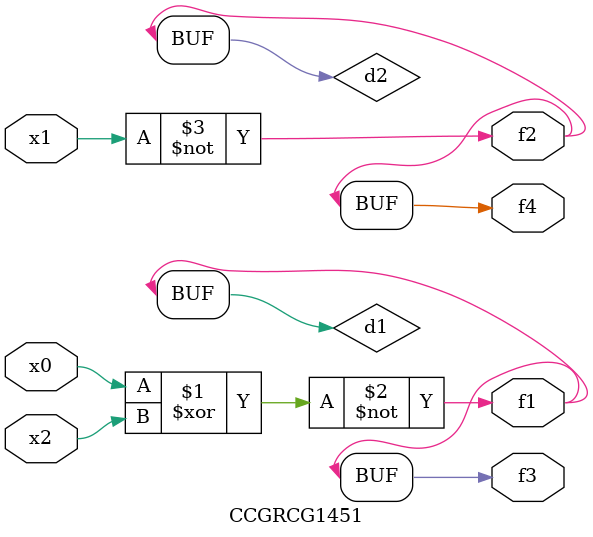
<source format=v>
module CCGRCG1451(
	input x0, x1, x2,
	output f1, f2, f3, f4
);

	wire d1, d2, d3;

	xnor (d1, x0, x2);
	nand (d2, x1);
	nor (d3, x1, x2);
	assign f1 = d1;
	assign f2 = d2;
	assign f3 = d1;
	assign f4 = d2;
endmodule

</source>
